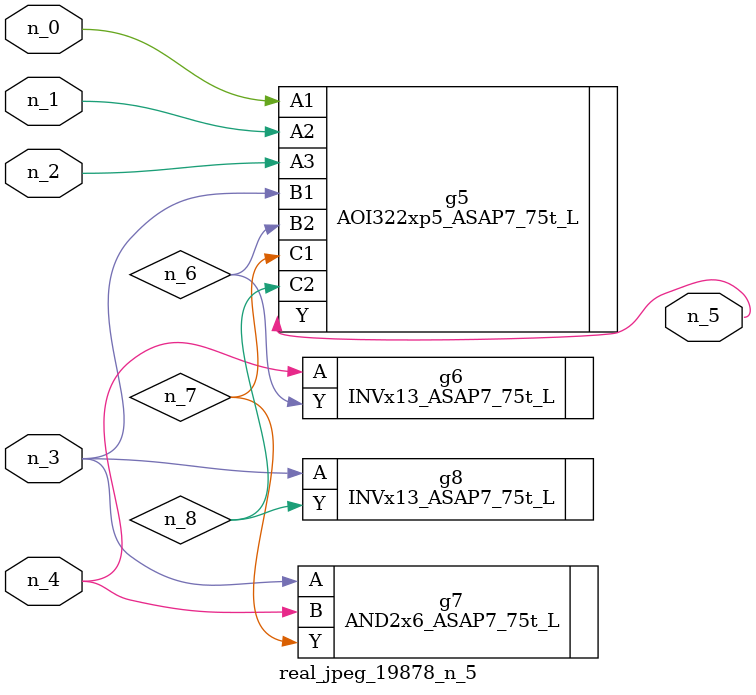
<source format=v>
module real_jpeg_19878_n_5 (n_4, n_0, n_1, n_2, n_3, n_5);

input n_4;
input n_0;
input n_1;
input n_2;
input n_3;

output n_5;

wire n_8;
wire n_6;
wire n_7;

AOI322xp5_ASAP7_75t_L g5 ( 
.A1(n_0),
.A2(n_1),
.A3(n_2),
.B1(n_3),
.B2(n_6),
.C1(n_7),
.C2(n_8),
.Y(n_5)
);

AND2x6_ASAP7_75t_L g7 ( 
.A(n_3),
.B(n_4),
.Y(n_7)
);

INVx13_ASAP7_75t_L g8 ( 
.A(n_3),
.Y(n_8)
);

INVx13_ASAP7_75t_L g6 ( 
.A(n_4),
.Y(n_6)
);


endmodule
</source>
